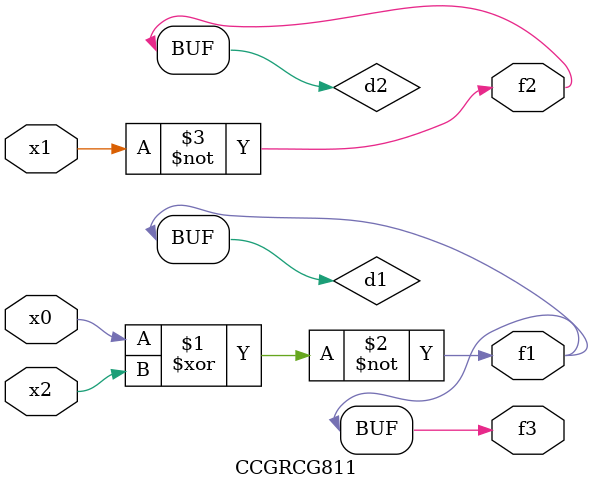
<source format=v>
module CCGRCG811(
	input x0, x1, x2,
	output f1, f2, f3
);

	wire d1, d2, d3;

	xnor (d1, x0, x2);
	nand (d2, x1);
	nor (d3, x1, x2);
	assign f1 = d1;
	assign f2 = d2;
	assign f3 = d1;
endmodule

</source>
